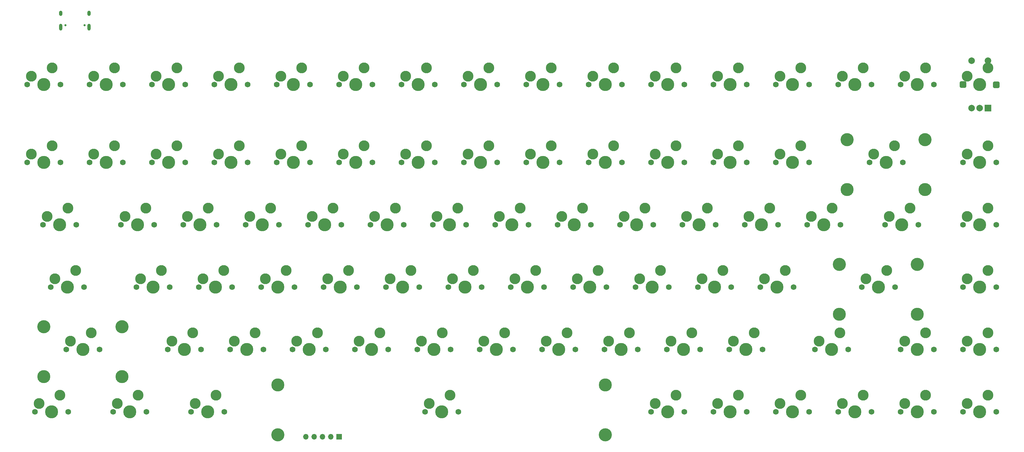
<source format=gbr>
%TF.GenerationSoftware,KiCad,Pcbnew,7.0.6*%
%TF.CreationDate,2023-09-17T10:38:13-04:00*%
%TF.ProjectId,ze-keyboard,7a652d6b-6579-4626-9f61-72642e6b6963,rev?*%
%TF.SameCoordinates,Original*%
%TF.FileFunction,Soldermask,Top*%
%TF.FilePolarity,Negative*%
%FSLAX46Y46*%
G04 Gerber Fmt 4.6, Leading zero omitted, Abs format (unit mm)*
G04 Created by KiCad (PCBNEW 7.0.6) date 2023-09-17 10:38:13*
%MOMM*%
%LPD*%
G01*
G04 APERTURE LIST*
G04 Aperture macros list*
%AMFreePoly0*
4,1,29,-1.000000,0.500000,-0.988573,0.606283,-0.938839,0.739624,-0.853553,0.853553,-0.739624,0.938839,-0.606283,0.988573,-0.500000,1.000000,0.500000,1.000000,0.606283,0.988573,0.739624,0.938839,0.853553,0.853553,0.938839,0.739624,0.988573,0.606283,1.000000,0.500000,1.000000,-0.500000,0.988573,-0.606283,0.938839,-0.739624,0.853553,-0.853553,0.739624,-0.938839,0.606283,-0.988573,
0.500000,-1.000000,-0.500000,-1.000000,-0.606283,-0.988573,-0.739624,-0.938839,-0.853553,-0.853553,-0.938839,-0.739624,-0.988573,-0.606283,-1.000000,-0.500000,-1.000000,0.500000,-1.000000,0.500000,$1*%
G04 Aperture macros list end*
%ADD10C,1.750000*%
%ADD11C,3.987800*%
%ADD12C,3.300000*%
%ADD13C,4.000000*%
%ADD14C,0.650000*%
%ADD15O,1.000000X1.600000*%
%ADD16O,1.000000X2.100000*%
%ADD17R,2.000000X2.000000*%
%ADD18C,2.000000*%
%ADD19FreePoly0,90.000000*%
%ADD20R,1.700000X1.700000*%
%ADD21O,1.700000X1.700000*%
G04 APERTURE END LIST*
D10*
%TO.C,MX42*%
X283705000Y-85912500D03*
D11*
X278625000Y-85912500D03*
D10*
X273545000Y-85912500D03*
D12*
X274815000Y-83372500D03*
X281165000Y-80832500D03*
%TD*%
D10*
%TO.C,MX20*%
X140830000Y-66862500D03*
D11*
X135750000Y-66862500D03*
D10*
X130670000Y-66862500D03*
D12*
X131940000Y-64322500D03*
X138290000Y-61782500D03*
%TD*%
D10*
%TO.C,MX51*%
X174167500Y-104962500D03*
D11*
X169087500Y-104962500D03*
D10*
X164007500Y-104962500D03*
D12*
X165277500Y-102422500D03*
X171627500Y-99882500D03*
%TD*%
D10*
%TO.C,MX37*%
X188455000Y-85912500D03*
D11*
X183375000Y-85912500D03*
D10*
X178295000Y-85912500D03*
D12*
X179565000Y-83372500D03*
X185915000Y-80832500D03*
%TD*%
D10*
%TO.C,MX14*%
X331330000Y-43050000D03*
D11*
X326250000Y-43050000D03*
D10*
X321170000Y-43050000D03*
D12*
X322440000Y-40510000D03*
X328790000Y-37970000D03*
%TD*%
D10*
%TO.C,MX44*%
X321805000Y-85912500D03*
D11*
X316725000Y-85912500D03*
D10*
X311645000Y-85912500D03*
D12*
X312915000Y-83372500D03*
X319265000Y-80832500D03*
%TD*%
D10*
%TO.C,MX35*%
X150355000Y-85912500D03*
D11*
X145275000Y-85912500D03*
D10*
X140195000Y-85912500D03*
D12*
X141465000Y-83372500D03*
X147815000Y-80832500D03*
%TD*%
D10*
%TO.C,MX80*%
X293230000Y-143062500D03*
D11*
X288150000Y-143062500D03*
D10*
X283070000Y-143062500D03*
D12*
X284340000Y-140522500D03*
X290690000Y-137982500D03*
%TD*%
D10*
%TO.C,MX71*%
X297992500Y-124012500D03*
D11*
X292912500Y-124012500D03*
D10*
X287832500Y-124012500D03*
D12*
X289102500Y-121472500D03*
X295452500Y-118932500D03*
%TD*%
D10*
%TO.C,MX41*%
X264655000Y-85912500D03*
D11*
X259575000Y-85912500D03*
D10*
X254495000Y-85912500D03*
D12*
X255765000Y-83372500D03*
X262115000Y-80832500D03*
%TD*%
D10*
%TO.C,MX57*%
X288467500Y-104962500D03*
D11*
X283387500Y-104962500D03*
D10*
X278307500Y-104962500D03*
D12*
X279577500Y-102422500D03*
X285927500Y-99882500D03*
%TD*%
D11*
%TO.C,S3*%
X347681250Y-75117500D03*
D13*
X347681250Y-59877500D03*
D11*
X323868750Y-75117500D03*
D13*
X323868750Y-59877500D03*
%TD*%
D10*
%TO.C,MX76*%
X109873750Y-143062500D03*
D11*
X104793750Y-143062500D03*
D10*
X99713750Y-143062500D03*
D12*
X100983750Y-140522500D03*
X107333750Y-137982500D03*
%TD*%
D10*
%TO.C,MX27*%
X274180000Y-66862500D03*
D11*
X269100000Y-66862500D03*
D10*
X264020000Y-66862500D03*
D12*
X265290000Y-64322500D03*
X271640000Y-61782500D03*
%TD*%
D10*
%TO.C,MX81*%
X312280000Y-143062500D03*
D11*
X307200000Y-143062500D03*
D10*
X302120000Y-143062500D03*
D12*
X303390000Y-140522500D03*
X309740000Y-137982500D03*
%TD*%
D10*
%TO.C,MX66*%
X202742500Y-124012500D03*
D11*
X197662500Y-124012500D03*
D10*
X192582500Y-124012500D03*
D12*
X193852500Y-121472500D03*
X200202500Y-118932500D03*
%TD*%
D10*
%TO.C,MX4*%
X140830000Y-43050000D03*
D11*
X135750000Y-43050000D03*
D10*
X130670000Y-43050000D03*
D12*
X131940000Y-40510000D03*
X138290000Y-37970000D03*
%TD*%
D10*
%TO.C,MX64*%
X164642500Y-124012500D03*
D11*
X159562500Y-124012500D03*
D10*
X154482500Y-124012500D03*
D12*
X155752500Y-121472500D03*
X162102500Y-118932500D03*
%TD*%
D10*
%TO.C,MX45*%
X345617500Y-85912500D03*
D11*
X340537500Y-85912500D03*
D10*
X335457500Y-85912500D03*
D12*
X336727500Y-83372500D03*
X343077500Y-80832500D03*
%TD*%
D10*
%TO.C,MX77*%
X133686250Y-143062500D03*
D11*
X128606250Y-143062500D03*
D10*
X123526250Y-143062500D03*
D12*
X124796250Y-140522500D03*
X131146250Y-137982500D03*
%TD*%
D10*
%TO.C,MX22*%
X178930000Y-66862500D03*
D11*
X173850000Y-66862500D03*
D10*
X168770000Y-66862500D03*
D12*
X170040000Y-64322500D03*
X176390000Y-61782500D03*
%TD*%
D10*
%TO.C,MX46*%
X369430000Y-85912500D03*
D11*
X364350000Y-85912500D03*
D10*
X359270000Y-85912500D03*
D12*
X360540000Y-83372500D03*
X366890000Y-80832500D03*
%TD*%
D10*
%TO.C,MX84*%
X369430000Y-143062500D03*
D11*
X364350000Y-143062500D03*
D10*
X359270000Y-143062500D03*
D12*
X360540000Y-140522500D03*
X366890000Y-137982500D03*
%TD*%
D10*
%TO.C,MX23*%
X197980000Y-66862500D03*
D11*
X192900000Y-66862500D03*
D10*
X187820000Y-66862500D03*
D12*
X189090000Y-64322500D03*
X195440000Y-61782500D03*
%TD*%
D10*
%TO.C,MX79*%
X274180000Y-143062500D03*
D11*
X269100000Y-143062500D03*
D10*
X264020000Y-143062500D03*
D12*
X265290000Y-140522500D03*
X271640000Y-137982500D03*
%TD*%
D10*
%TO.C,MX70*%
X278942500Y-124012500D03*
D11*
X273862500Y-124012500D03*
D10*
X268782500Y-124012500D03*
D12*
X270052500Y-121472500D03*
X276402500Y-118932500D03*
%TD*%
D10*
%TO.C,MX17*%
X83680000Y-66862500D03*
D11*
X78600000Y-66862500D03*
D10*
X73520000Y-66862500D03*
D12*
X74790000Y-64322500D03*
X81140000Y-61782500D03*
%TD*%
D10*
%TO.C,MX21*%
X159880000Y-66862500D03*
D11*
X154800000Y-66862500D03*
D10*
X149720000Y-66862500D03*
D12*
X150990000Y-64322500D03*
X157340000Y-61782500D03*
%TD*%
D10*
%TO.C,MX54*%
X231317500Y-104962500D03*
D11*
X226237500Y-104962500D03*
D10*
X221157500Y-104962500D03*
D12*
X222427500Y-102422500D03*
X228777500Y-99882500D03*
%TD*%
D14*
%TO.C,J2*%
X85210000Y-24990000D03*
X90990000Y-24990000D03*
D15*
X83780000Y-21340000D03*
D16*
X83780000Y-25520000D03*
D15*
X92420000Y-21340000D03*
D16*
X92420000Y-25520000D03*
%TD*%
D10*
%TO.C,MX39*%
X226555000Y-85912500D03*
D11*
X221475000Y-85912500D03*
D10*
X216395000Y-85912500D03*
D12*
X217665000Y-83372500D03*
X224015000Y-80832500D03*
%TD*%
D10*
%TO.C,MX6*%
X178930000Y-43050000D03*
D11*
X173850000Y-43050000D03*
D10*
X168770000Y-43050000D03*
D12*
X170040000Y-40510000D03*
X176390000Y-37970000D03*
%TD*%
D10*
%TO.C,MX47*%
X90880000Y-104962500D03*
D11*
X85800000Y-104962500D03*
D10*
X80720000Y-104962500D03*
D12*
X81990000Y-102422500D03*
X88340000Y-99882500D03*
%TD*%
D10*
%TO.C,MX68*%
X240842500Y-124012500D03*
D11*
X235762500Y-124012500D03*
D10*
X230682500Y-124012500D03*
D12*
X231952500Y-121472500D03*
X238302500Y-118932500D03*
%TD*%
D10*
%TO.C,MX83*%
X350380000Y-143062500D03*
D11*
X345300000Y-143062500D03*
D10*
X340220000Y-143062500D03*
D12*
X341490000Y-140522500D03*
X347840000Y-137982500D03*
%TD*%
D10*
%TO.C,MX5*%
X159880000Y-43050000D03*
D11*
X154800000Y-43050000D03*
D10*
X149720000Y-43050000D03*
D12*
X150990000Y-40510000D03*
X157340000Y-37970000D03*
%TD*%
D17*
%TO.C,SW3*%
X366850000Y-50300000D03*
D18*
X361850000Y-50300000D03*
X364350000Y-50300000D03*
D19*
X369430000Y-43120000D03*
X359250000Y-43110000D03*
D18*
X361850000Y-35800000D03*
X366850000Y-35800000D03*
%TD*%
D10*
%TO.C,MX19*%
X121780000Y-66862500D03*
D11*
X116700000Y-66862500D03*
D10*
X111620000Y-66862500D03*
D12*
X112890000Y-64322500D03*
X119240000Y-61782500D03*
%TD*%
D10*
%TO.C,MX82*%
X331330000Y-143062500D03*
D11*
X326250000Y-143062500D03*
D10*
X321170000Y-143062500D03*
D12*
X322440000Y-140522500D03*
X328790000Y-137982500D03*
%TD*%
D11*
%TO.C,S2*%
X345300000Y-113217500D03*
D13*
X345300000Y-97977500D03*
D11*
X321487500Y-113217500D03*
D13*
X321487500Y-97977500D03*
%TD*%
D10*
%TO.C,MX12*%
X293230000Y-43050000D03*
D11*
X288150000Y-43050000D03*
D10*
X283070000Y-43050000D03*
D12*
X284340000Y-40510000D03*
X290690000Y-37970000D03*
%TD*%
D10*
%TO.C,MX8*%
X217030000Y-43050000D03*
D11*
X211950000Y-43050000D03*
D10*
X206870000Y-43050000D03*
D12*
X208140000Y-40510000D03*
X214490000Y-37970000D03*
%TD*%
D10*
%TO.C,MX50*%
X155117500Y-104962500D03*
D11*
X150037500Y-104962500D03*
D10*
X144957500Y-104962500D03*
D12*
X146227500Y-102422500D03*
X152577500Y-99882500D03*
%TD*%
D20*
%TO.C,J1*%
X168775000Y-150700000D03*
D21*
X166235000Y-150700000D03*
X163695000Y-150700000D03*
X161155000Y-150700000D03*
X158615000Y-150700000D03*
%TD*%
D11*
%TO.C,S4*%
X150037500Y-134807500D03*
D13*
X150037500Y-150047500D03*
D11*
X250050000Y-134807500D03*
D13*
X250050000Y-150047500D03*
%TD*%
D10*
%TO.C,MX52*%
X193217500Y-104962500D03*
D11*
X188137500Y-104962500D03*
D10*
X183057500Y-104962500D03*
D12*
X184327500Y-102422500D03*
X190677500Y-99882500D03*
%TD*%
D10*
%TO.C,MX34*%
X131305000Y-85912500D03*
D11*
X126225000Y-85912500D03*
D10*
X121145000Y-85912500D03*
D12*
X122415000Y-83372500D03*
X128765000Y-80832500D03*
%TD*%
D10*
%TO.C,MX62*%
X126542500Y-124012500D03*
D11*
X121462500Y-124012500D03*
D10*
X116382500Y-124012500D03*
D12*
X117652500Y-121472500D03*
X124002500Y-118932500D03*
%TD*%
D10*
%TO.C,MX53*%
X212267500Y-104962500D03*
D11*
X207187500Y-104962500D03*
D10*
X202107500Y-104962500D03*
D12*
X203377500Y-102422500D03*
X209727500Y-99882500D03*
%TD*%
D10*
%TO.C,MX69*%
X259892500Y-124012500D03*
D11*
X254812500Y-124012500D03*
D10*
X249732500Y-124012500D03*
D12*
X251002500Y-121472500D03*
X257352500Y-118932500D03*
%TD*%
D10*
%TO.C,MX49*%
X136067500Y-104962500D03*
D11*
X130987500Y-104962500D03*
D10*
X125907500Y-104962500D03*
D12*
X127177500Y-102422500D03*
X133527500Y-99882500D03*
%TD*%
D10*
%TO.C,MX1*%
X83680000Y-43050000D03*
D11*
X78600000Y-43050000D03*
D10*
X73520000Y-43050000D03*
D12*
X74790000Y-40510000D03*
X81140000Y-37970000D03*
%TD*%
D10*
%TO.C,MX74*%
X369430000Y-124012500D03*
D11*
X364350000Y-124012500D03*
D10*
X359270000Y-124012500D03*
D12*
X360540000Y-121472500D03*
X366890000Y-118932500D03*
%TD*%
D10*
%TO.C,MX72*%
X324186250Y-124012500D03*
D11*
X319106250Y-124012500D03*
D10*
X314026250Y-124012500D03*
D12*
X315296250Y-121472500D03*
X321646250Y-118932500D03*
%TD*%
D10*
%TO.C,MX15*%
X350380000Y-43050000D03*
D11*
X345300000Y-43050000D03*
D10*
X340220000Y-43050000D03*
D12*
X341490000Y-40510000D03*
X347840000Y-37970000D03*
%TD*%
D10*
%TO.C,MX67*%
X221792500Y-124012500D03*
D11*
X216712500Y-124012500D03*
D10*
X211632500Y-124012500D03*
D12*
X212902500Y-121472500D03*
X219252500Y-118932500D03*
%TD*%
D10*
%TO.C,MX63*%
X145592500Y-124012500D03*
D11*
X140512500Y-124012500D03*
D10*
X135432500Y-124012500D03*
D12*
X136702500Y-121472500D03*
X143052500Y-118932500D03*
%TD*%
D10*
%TO.C,MX30*%
X340855000Y-66862500D03*
D11*
X335775000Y-66862500D03*
D10*
X330695000Y-66862500D03*
D12*
X331965000Y-64322500D03*
X338315000Y-61782500D03*
%TD*%
D10*
%TO.C,MX31*%
X369430000Y-66862500D03*
D11*
X364350000Y-66862500D03*
D10*
X359270000Y-66862500D03*
D12*
X360540000Y-64322500D03*
X366890000Y-61782500D03*
%TD*%
D10*
%TO.C,MX43*%
X302755000Y-85912500D03*
D11*
X297675000Y-85912500D03*
D10*
X292595000Y-85912500D03*
D12*
X293865000Y-83372500D03*
X300215000Y-80832500D03*
%TD*%
D10*
%TO.C,MX36*%
X169405000Y-85912500D03*
D11*
X164325000Y-85912500D03*
D10*
X159245000Y-85912500D03*
D12*
X160515000Y-83372500D03*
X166865000Y-80832500D03*
%TD*%
D10*
%TO.C,MX38*%
X207505000Y-85912500D03*
D11*
X202425000Y-85912500D03*
D10*
X197345000Y-85912500D03*
D12*
X198615000Y-83372500D03*
X204965000Y-80832500D03*
%TD*%
D10*
%TO.C,MX11*%
X274180000Y-43050000D03*
D11*
X269100000Y-43050000D03*
D10*
X264020000Y-43050000D03*
D12*
X265290000Y-40510000D03*
X271640000Y-37970000D03*
%TD*%
D10*
%TO.C,MX75*%
X86061250Y-143062500D03*
D11*
X80981250Y-143062500D03*
D10*
X75901250Y-143062500D03*
D12*
X77171250Y-140522500D03*
X83521250Y-137982500D03*
%TD*%
D10*
%TO.C,MX78*%
X205123750Y-143062500D03*
D11*
X200043750Y-143062500D03*
D10*
X194963750Y-143062500D03*
D12*
X196233750Y-140522500D03*
X202583750Y-137982500D03*
%TD*%
D10*
%TO.C,MX2*%
X102730000Y-43050000D03*
D11*
X97650000Y-43050000D03*
D10*
X92570000Y-43050000D03*
D12*
X93840000Y-40510000D03*
X100190000Y-37970000D03*
%TD*%
D10*
%TO.C,MX24*%
X217030000Y-66862500D03*
D11*
X211950000Y-66862500D03*
D10*
X206870000Y-66862500D03*
D12*
X208140000Y-64322500D03*
X214490000Y-61782500D03*
%TD*%
D10*
%TO.C,MX33*%
X112255000Y-85912500D03*
D11*
X107175000Y-85912500D03*
D10*
X102095000Y-85912500D03*
D12*
X103365000Y-83372500D03*
X109715000Y-80832500D03*
%TD*%
D11*
%TO.C,MX16*%
X364350000Y-43050000D03*
D12*
X360540000Y-40510000D03*
X366890000Y-37970000D03*
%TD*%
D10*
%TO.C,MX3*%
X121780000Y-43050000D03*
D11*
X116700000Y-43050000D03*
D10*
X111620000Y-43050000D03*
D12*
X112890000Y-40510000D03*
X119240000Y-37970000D03*
%TD*%
D10*
%TO.C,MX58*%
X307517500Y-104962500D03*
D11*
X302437500Y-104962500D03*
D10*
X297357500Y-104962500D03*
D12*
X298627500Y-102422500D03*
X304977500Y-99882500D03*
%TD*%
D10*
%TO.C,MX56*%
X269417500Y-104962500D03*
D11*
X264337500Y-104962500D03*
D10*
X259257500Y-104962500D03*
D12*
X260527500Y-102422500D03*
X266877500Y-99882500D03*
%TD*%
D11*
%TO.C,S1*%
X102412500Y-132267500D03*
D13*
X102412500Y-117027500D03*
D11*
X78600000Y-132267500D03*
D13*
X78600000Y-117027500D03*
%TD*%
D10*
%TO.C,MX48*%
X117017500Y-104962500D03*
D11*
X111937500Y-104962500D03*
D10*
X106857500Y-104962500D03*
D12*
X108127500Y-102422500D03*
X114477500Y-99882500D03*
%TD*%
D10*
%TO.C,MX10*%
X255130000Y-43050000D03*
D11*
X250050000Y-43050000D03*
D10*
X244970000Y-43050000D03*
D12*
X246240000Y-40510000D03*
X252590000Y-37970000D03*
%TD*%
D10*
%TO.C,MX25*%
X236080000Y-66862500D03*
D11*
X231000000Y-66862500D03*
D10*
X225920000Y-66862500D03*
D12*
X227190000Y-64322500D03*
X233540000Y-61782500D03*
%TD*%
D10*
%TO.C,MX18*%
X102730000Y-66862500D03*
D11*
X97650000Y-66862500D03*
D10*
X92570000Y-66862500D03*
D12*
X93840000Y-64322500D03*
X100190000Y-61782500D03*
%TD*%
D10*
%TO.C,MX13*%
X312280000Y-43050000D03*
D11*
X307200000Y-43050000D03*
D10*
X302120000Y-43050000D03*
D12*
X303390000Y-40510000D03*
X309740000Y-37970000D03*
%TD*%
D10*
%TO.C,MX7*%
X197980000Y-43050000D03*
D11*
X192900000Y-43050000D03*
D10*
X187820000Y-43050000D03*
D12*
X189090000Y-40510000D03*
X195440000Y-37970000D03*
%TD*%
D10*
%TO.C,MX40*%
X245605000Y-85912500D03*
D11*
X240525000Y-85912500D03*
D10*
X235445000Y-85912500D03*
D12*
X236715000Y-83372500D03*
X243065000Y-80832500D03*
%TD*%
D10*
%TO.C,MX26*%
X255130000Y-66862500D03*
D11*
X250050000Y-66862500D03*
D10*
X244970000Y-66862500D03*
D12*
X246240000Y-64322500D03*
X252590000Y-61782500D03*
%TD*%
D10*
%TO.C,MX32*%
X88442500Y-85912500D03*
D11*
X83362500Y-85912500D03*
D10*
X78282500Y-85912500D03*
D12*
X79552500Y-83372500D03*
X85902500Y-80832500D03*
%TD*%
D10*
%TO.C,MX29*%
X312280000Y-66862500D03*
D11*
X307200000Y-66862500D03*
D10*
X302120000Y-66862500D03*
D12*
X303390000Y-64322500D03*
X309740000Y-61782500D03*
%TD*%
D10*
%TO.C,MX9*%
X236080000Y-43050000D03*
D11*
X231000000Y-43050000D03*
D10*
X225920000Y-43050000D03*
D12*
X227190000Y-40510000D03*
X233540000Y-37970000D03*
%TD*%
D10*
%TO.C,MX61*%
X95586250Y-124012500D03*
D11*
X90506250Y-124012500D03*
D10*
X85426250Y-124012500D03*
D12*
X86696250Y-121472500D03*
X93046250Y-118932500D03*
%TD*%
D10*
%TO.C,MX73*%
X350380000Y-124012500D03*
D11*
X345300000Y-124012500D03*
D10*
X340220000Y-124012500D03*
D12*
X341490000Y-121472500D03*
X347840000Y-118932500D03*
%TD*%
D10*
%TO.C,MX65*%
X183692500Y-124012500D03*
D11*
X178612500Y-124012500D03*
D10*
X173532500Y-124012500D03*
D12*
X174802500Y-121472500D03*
X181152500Y-118932500D03*
%TD*%
D10*
%TO.C,MX60*%
X369430000Y-104962500D03*
D11*
X364350000Y-104962500D03*
D10*
X359270000Y-104962500D03*
D12*
X360540000Y-102422500D03*
X366890000Y-99882500D03*
%TD*%
D10*
%TO.C,MX55*%
X250367500Y-104962500D03*
D11*
X245287500Y-104962500D03*
D10*
X240207500Y-104962500D03*
D12*
X241477500Y-102422500D03*
X247827500Y-99882500D03*
%TD*%
D10*
%TO.C,MX59*%
X338473750Y-104962500D03*
D11*
X333393750Y-104962500D03*
D10*
X328313750Y-104962500D03*
D12*
X329583750Y-102422500D03*
X335933750Y-99882500D03*
%TD*%
D10*
%TO.C,MX28*%
X293230000Y-66862500D03*
D11*
X288150000Y-66862500D03*
D10*
X283070000Y-66862500D03*
D12*
X284340000Y-64322500D03*
X290690000Y-61782500D03*
%TD*%
M02*

</source>
